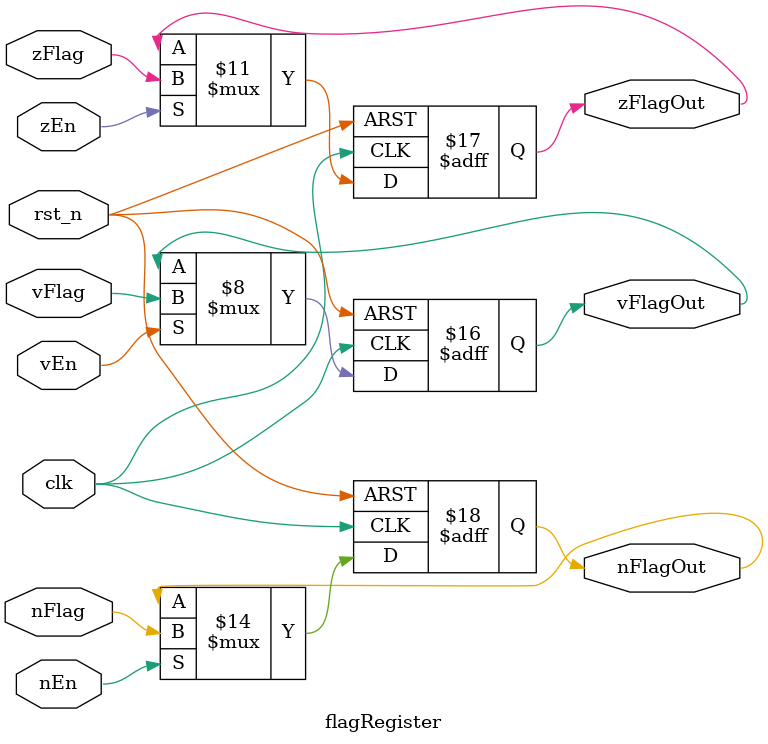
<source format=v>
module flagRegister(clk, rst_n, nFlag, zFlag, vFlag, nEn, zEn, vEn, nFlagOut, zFlagOut, vFlagOut);
	input clk, rst_n, nFlag, zFlag, vFlag, nEn, zEn, vEn;
	output reg nFlagOut, zFlagOut, vFlagOut;

	always@ (posedge clk, negedge rst_n) begin
		if(!rst_n)
			nFlagOut <= 0;
		else if(nEn)
			nFlagOut <= nFlag;
		else
			nFlagOut <= nFlagOut;
	end

	always @ (posedge clk, negedge rst_n) begin
		if(!rst_n)
			zFlagOut <= 0;
		else if(zEn)
			zFlagOut <= zFlag;
		else
			zFlagOut <= zFlagOut;
	end
	
	always @ (posedge clk, negedge rst_n) begin
		if(!rst_n)
			vFlagOut <= 0;
		else if(vEn)
			vFlagOut = vFlag;
		else
			vFlagOut = vFlagOut;
	end
endmodule

</source>
